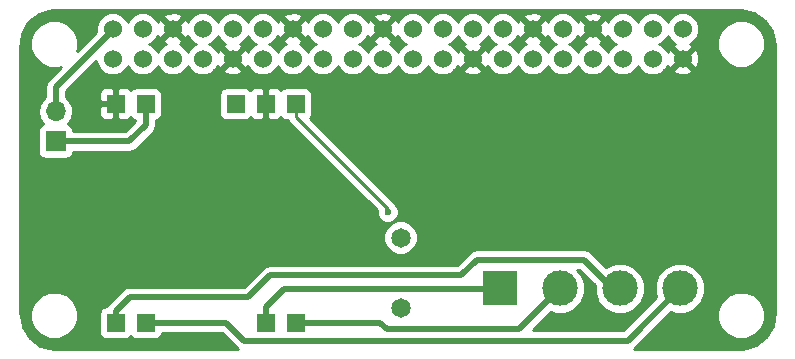
<source format=gbl>
G04 #@! TF.FileFunction,Copper,L2,Bot,Signal*
%FSLAX46Y46*%
G04 Gerber Fmt 4.6, Leading zero omitted, Abs format (unit mm)*
G04 Created by KiCad (PCBNEW 4.0.7-e2-6376~58~ubuntu16.04.1) date Sun Dec 31 15:52:29 2017*
%MOMM*%
%LPD*%
G01*
G04 APERTURE LIST*
%ADD10C,0.100000*%
%ADD11C,3.000000*%
%ADD12R,3.000000X3.000000*%
%ADD13C,1.650000*%
%ADD14C,1.524000*%
%ADD15R,1.700000X1.700000*%
%ADD16O,1.700000X1.700000*%
%ADD17R,1.524000X1.524000*%
%ADD18C,0.600000*%
%ADD19C,0.250000*%
%ADD20C,0.500000*%
%ADD21C,0.254000*%
G04 APERTURE END LIST*
D10*
D11*
X196875400Y-131191000D03*
X201955400Y-131191000D03*
D12*
X191795400Y-131191000D03*
D11*
X207035400Y-131191000D03*
D13*
X183388000Y-132890000D03*
X183388000Y-126890000D03*
D14*
X159004000Y-111760000D03*
X159004000Y-109220000D03*
X161544000Y-111760000D03*
X161544000Y-109220000D03*
X164084000Y-111760000D03*
X164084000Y-109220000D03*
X166624000Y-111760000D03*
X166624000Y-109220000D03*
X169164000Y-111760000D03*
X169164000Y-109220000D03*
X171704000Y-111760000D03*
X171704000Y-109220000D03*
X174244000Y-111760000D03*
X174244000Y-109220000D03*
X176784000Y-111760000D03*
X176784000Y-109220000D03*
X179324000Y-111760000D03*
X179324000Y-109220000D03*
X181864000Y-111760000D03*
X181864000Y-109220000D03*
X184404000Y-111760000D03*
X184404000Y-109220000D03*
X186944000Y-111760000D03*
X186944000Y-109220000D03*
X189484000Y-111760000D03*
X189484000Y-109220000D03*
X192024000Y-111760000D03*
X192024000Y-109220000D03*
X194564000Y-111760000D03*
X194564000Y-109220000D03*
X197104000Y-111760000D03*
X197104000Y-109220000D03*
X199644000Y-111760000D03*
X199644000Y-109220000D03*
X202184000Y-111760000D03*
X202184000Y-109220000D03*
X204724000Y-111760000D03*
X204724000Y-109220000D03*
X207264000Y-111760000D03*
X207264000Y-109220000D03*
D15*
X154178000Y-118745000D03*
D16*
X154178000Y-116205000D03*
D17*
X174498000Y-134112000D03*
X171958000Y-134112000D03*
X161798000Y-134112000D03*
X159258000Y-134112000D03*
X174498000Y-115570000D03*
X171958000Y-115570000D03*
X169418000Y-115570000D03*
X161798000Y-115570000D03*
X159258000Y-115570000D03*
D18*
X183515000Y-118338600D03*
X182292200Y-124737700D03*
D19*
X164105000Y-108798000D02*
X164581000Y-109274000D01*
X174742000Y-109275000D02*
X174265000Y-108798000D01*
X182292200Y-124451500D02*
X182292200Y-124737700D01*
X174498000Y-116657300D02*
X182292200Y-124451500D01*
X174498000Y-115570000D02*
X174498000Y-116657300D01*
D20*
X154178000Y-118745000D02*
X160426400Y-118745000D01*
X161798000Y-117373400D02*
X161798000Y-115570000D01*
X160426400Y-118745000D02*
X161798000Y-117373400D01*
X154178000Y-116205000D02*
X154178000Y-114147600D01*
X154178000Y-114147600D02*
X159004000Y-109321600D01*
X159004000Y-109321600D02*
X159004000Y-109220000D01*
X174498000Y-134112000D02*
X181686200Y-134112000D01*
X193395600Y-134670800D02*
X196875400Y-131191000D01*
X182245000Y-134670800D02*
X193395600Y-134670800D01*
X181686200Y-134112000D02*
X182245000Y-134670800D01*
X201955400Y-131191000D02*
X201320400Y-131191000D01*
X201320400Y-131191000D02*
X198882000Y-128752600D01*
X198882000Y-128752600D02*
X189890400Y-128752600D01*
X189890400Y-128752600D02*
X188544200Y-130098800D01*
X188544200Y-130098800D02*
X172339000Y-130098800D01*
X172339000Y-130098800D02*
X170510200Y-131927600D01*
X170510200Y-131927600D02*
X160451800Y-131927600D01*
X160451800Y-131927600D02*
X159258000Y-133121400D01*
X159258000Y-133121400D02*
X159258000Y-134112000D01*
X202311000Y-131953000D02*
X202311000Y-131292600D01*
X171958000Y-134112000D02*
X171958000Y-132791200D01*
X173532800Y-131216400D02*
X191414400Y-131216400D01*
X171958000Y-132791200D02*
X173532800Y-131216400D01*
X191414400Y-131216400D02*
X192151000Y-131953000D01*
X161798000Y-134112000D02*
X168630600Y-134112000D01*
X202615800Y-135610600D02*
X207035400Y-131191000D01*
X170129200Y-135610600D02*
X202615800Y-135610600D01*
X168630600Y-134112000D02*
X170129200Y-135610600D01*
D21*
G36*
X213338202Y-107888905D02*
X214248252Y-108515966D01*
X214849062Y-109443558D01*
X215063000Y-110605612D01*
X215063000Y-133201419D01*
X214904597Y-134393070D01*
X214349450Y-135351838D01*
X213469657Y-136025179D01*
X212352578Y-136323000D01*
X203111968Y-136323000D01*
X203241590Y-136236390D01*
X205602920Y-133875060D01*
X210206652Y-133875060D01*
X210512012Y-134614086D01*
X211076940Y-135180001D01*
X211815432Y-135486650D01*
X212615060Y-135487348D01*
X213354086Y-135181988D01*
X213920001Y-134617060D01*
X214226650Y-133878568D01*
X214227348Y-133078940D01*
X213921988Y-132339914D01*
X213357060Y-131773999D01*
X212618568Y-131467350D01*
X211818940Y-131466652D01*
X211079914Y-131772012D01*
X210513999Y-132336940D01*
X210207350Y-133075432D01*
X210206652Y-133875060D01*
X205602920Y-133875060D01*
X206286293Y-133191687D01*
X206608859Y-133325628D01*
X207458215Y-133326370D01*
X208243200Y-133002020D01*
X208844309Y-132401959D01*
X209170028Y-131617541D01*
X209170770Y-130768185D01*
X208846420Y-129983200D01*
X208246359Y-129382091D01*
X207461941Y-129056372D01*
X206612585Y-129055630D01*
X205827600Y-129379980D01*
X205226491Y-129980041D01*
X204900772Y-130764459D01*
X204900030Y-131613815D01*
X205034811Y-131940010D01*
X202249220Y-134725600D01*
X194592380Y-134725600D01*
X196126293Y-133191687D01*
X196448859Y-133325628D01*
X197298215Y-133326370D01*
X198083200Y-133002020D01*
X198684309Y-132401959D01*
X199010028Y-131617541D01*
X199010770Y-130768185D01*
X198686420Y-129983200D01*
X198341423Y-129637600D01*
X198515420Y-129637600D01*
X199820616Y-130942796D01*
X199820030Y-131613815D01*
X200144380Y-132398800D01*
X200744441Y-132999909D01*
X201528859Y-133325628D01*
X202378215Y-133326370D01*
X203163200Y-133002020D01*
X203764309Y-132401959D01*
X204090028Y-131617541D01*
X204090770Y-130768185D01*
X203766420Y-129983200D01*
X203166359Y-129382091D01*
X202381941Y-129056372D01*
X201532585Y-129055630D01*
X200757053Y-129376074D01*
X199507790Y-128126810D01*
X199220675Y-127934967D01*
X199164484Y-127923790D01*
X198882000Y-127867599D01*
X198881995Y-127867600D01*
X189890400Y-127867600D01*
X189551725Y-127934967D01*
X189264610Y-128126810D01*
X189264608Y-128126813D01*
X188177620Y-129213800D01*
X172339005Y-129213800D01*
X172339000Y-129213799D01*
X172056516Y-129269990D01*
X172000325Y-129281167D01*
X171713210Y-129473010D01*
X171713208Y-129473013D01*
X170143620Y-131042600D01*
X160451805Y-131042600D01*
X160451800Y-131042599D01*
X160113125Y-131109967D01*
X159826010Y-131301810D01*
X159826008Y-131301813D01*
X158632210Y-132495610D01*
X158493634Y-132703005D01*
X158260683Y-132746838D01*
X158044559Y-132885910D01*
X157899569Y-133098110D01*
X157848560Y-133350000D01*
X157848560Y-134874000D01*
X157892838Y-135109317D01*
X158031910Y-135325441D01*
X158244110Y-135470431D01*
X158496000Y-135521440D01*
X160020000Y-135521440D01*
X160255317Y-135477162D01*
X160471441Y-135338090D01*
X160527374Y-135256230D01*
X160571910Y-135325441D01*
X160784110Y-135470431D01*
X161036000Y-135521440D01*
X162560000Y-135521440D01*
X162795317Y-135477162D01*
X163011441Y-135338090D01*
X163156431Y-135125890D01*
X163182532Y-134997000D01*
X168264020Y-134997000D01*
X169503408Y-136236387D01*
X169503410Y-136236390D01*
X169633032Y-136323000D01*
X154006749Y-136323000D01*
X152873567Y-136055223D01*
X151976552Y-135408385D01*
X151395351Y-134467510D01*
X151299347Y-133875060D01*
X152040652Y-133875060D01*
X152346012Y-134614086D01*
X152910940Y-135180001D01*
X153649432Y-135486650D01*
X154449060Y-135487348D01*
X155188086Y-135181988D01*
X155754001Y-134617060D01*
X156060650Y-133878568D01*
X156061348Y-133078940D01*
X155755988Y-132339914D01*
X155191060Y-131773999D01*
X154452568Y-131467350D01*
X153652940Y-131466652D01*
X152913914Y-131772012D01*
X152347999Y-132336940D01*
X152041350Y-133075432D01*
X152040652Y-133875060D01*
X151299347Y-133875060D01*
X151205000Y-133292844D01*
X151205000Y-127179138D01*
X181927747Y-127179138D01*
X182149551Y-127715943D01*
X182559897Y-128127006D01*
X183096314Y-128349746D01*
X183677138Y-128350253D01*
X184213943Y-128128449D01*
X184625006Y-127718103D01*
X184847746Y-127181686D01*
X184848253Y-126600862D01*
X184626449Y-126064057D01*
X184216103Y-125652994D01*
X183679686Y-125430254D01*
X183098862Y-125429747D01*
X182562057Y-125651551D01*
X182150994Y-126061897D01*
X181928254Y-126598314D01*
X181927747Y-127179138D01*
X151205000Y-127179138D01*
X151205000Y-110888060D01*
X152040652Y-110888060D01*
X152346012Y-111627086D01*
X152910940Y-112193001D01*
X153649432Y-112499650D01*
X154449060Y-112500348D01*
X154661416Y-112412604D01*
X153552210Y-113521810D01*
X153360367Y-113808925D01*
X153360367Y-113808926D01*
X153292999Y-114147600D01*
X153293000Y-114147605D01*
X153293000Y-115025221D01*
X153098853Y-115154946D01*
X152776946Y-115636715D01*
X152663907Y-116205000D01*
X152776946Y-116773285D01*
X153098853Y-117255054D01*
X153140452Y-117282850D01*
X153092683Y-117291838D01*
X152876559Y-117430910D01*
X152731569Y-117643110D01*
X152680560Y-117895000D01*
X152680560Y-119595000D01*
X152724838Y-119830317D01*
X152863910Y-120046441D01*
X153076110Y-120191431D01*
X153328000Y-120242440D01*
X155028000Y-120242440D01*
X155263317Y-120198162D01*
X155479441Y-120059090D01*
X155624431Y-119846890D01*
X155668352Y-119630000D01*
X160426395Y-119630000D01*
X160426400Y-119630001D01*
X160708884Y-119573810D01*
X160765075Y-119562633D01*
X161052190Y-119370790D01*
X162423787Y-117999192D01*
X162423790Y-117999190D01*
X162615633Y-117712075D01*
X162683000Y-117373400D01*
X162683000Y-116956296D01*
X162795317Y-116935162D01*
X163011441Y-116796090D01*
X163156431Y-116583890D01*
X163207440Y-116332000D01*
X163207440Y-114808000D01*
X168008560Y-114808000D01*
X168008560Y-116332000D01*
X168052838Y-116567317D01*
X168191910Y-116783441D01*
X168404110Y-116928431D01*
X168656000Y-116979440D01*
X170180000Y-116979440D01*
X170415317Y-116935162D01*
X170631441Y-116796090D01*
X170684463Y-116718489D01*
X170836302Y-116870327D01*
X171069691Y-116967000D01*
X171672250Y-116967000D01*
X171831000Y-116808250D01*
X171831000Y-115697000D01*
X171811000Y-115697000D01*
X171811000Y-115443000D01*
X171831000Y-115443000D01*
X171831000Y-114331750D01*
X172085000Y-114331750D01*
X172085000Y-115443000D01*
X172105000Y-115443000D01*
X172105000Y-115697000D01*
X172085000Y-115697000D01*
X172085000Y-116808250D01*
X172243750Y-116967000D01*
X172846309Y-116967000D01*
X173079698Y-116870327D01*
X173230671Y-116719354D01*
X173271910Y-116783441D01*
X173484110Y-116928431D01*
X173736000Y-116979440D01*
X173816767Y-116979440D01*
X173960599Y-117194701D01*
X181357327Y-124591429D01*
X181357038Y-124922867D01*
X181499083Y-125266643D01*
X181761873Y-125529892D01*
X182105401Y-125672538D01*
X182477367Y-125672862D01*
X182821143Y-125530817D01*
X183084392Y-125268027D01*
X183227038Y-124924499D01*
X183227362Y-124552533D01*
X183085317Y-124208757D01*
X182907392Y-124030521D01*
X182829601Y-123914099D01*
X175711502Y-116796000D01*
X175856431Y-116583890D01*
X175907440Y-116332000D01*
X175907440Y-114808000D01*
X175863162Y-114572683D01*
X175724090Y-114356559D01*
X175511890Y-114211569D01*
X175260000Y-114160560D01*
X173736000Y-114160560D01*
X173500683Y-114204838D01*
X173284559Y-114343910D01*
X173231537Y-114421511D01*
X173079698Y-114269673D01*
X172846309Y-114173000D01*
X172243750Y-114173000D01*
X172085000Y-114331750D01*
X171831000Y-114331750D01*
X171672250Y-114173000D01*
X171069691Y-114173000D01*
X170836302Y-114269673D01*
X170685329Y-114420646D01*
X170644090Y-114356559D01*
X170431890Y-114211569D01*
X170180000Y-114160560D01*
X168656000Y-114160560D01*
X168420683Y-114204838D01*
X168204559Y-114343910D01*
X168059569Y-114556110D01*
X168008560Y-114808000D01*
X163207440Y-114808000D01*
X163163162Y-114572683D01*
X163024090Y-114356559D01*
X162811890Y-114211569D01*
X162560000Y-114160560D01*
X161036000Y-114160560D01*
X160800683Y-114204838D01*
X160584559Y-114343910D01*
X160531537Y-114421511D01*
X160379698Y-114269673D01*
X160146309Y-114173000D01*
X159543750Y-114173000D01*
X159385000Y-114331750D01*
X159385000Y-115443000D01*
X159405000Y-115443000D01*
X159405000Y-115697000D01*
X159385000Y-115697000D01*
X159385000Y-116808250D01*
X159543750Y-116967000D01*
X160146309Y-116967000D01*
X160379698Y-116870327D01*
X160530671Y-116719354D01*
X160571910Y-116783441D01*
X160784110Y-116928431D01*
X160913000Y-116954532D01*
X160913000Y-117006821D01*
X160059820Y-117860000D01*
X155668854Y-117860000D01*
X155631162Y-117659683D01*
X155492090Y-117443559D01*
X155279890Y-117298569D01*
X155212459Y-117284914D01*
X155257147Y-117255054D01*
X155579054Y-116773285D01*
X155692093Y-116205000D01*
X155622623Y-115855750D01*
X157861000Y-115855750D01*
X157861000Y-116458310D01*
X157957673Y-116691699D01*
X158136302Y-116870327D01*
X158369691Y-116967000D01*
X158972250Y-116967000D01*
X159131000Y-116808250D01*
X159131000Y-115697000D01*
X158019750Y-115697000D01*
X157861000Y-115855750D01*
X155622623Y-115855750D01*
X155579054Y-115636715D01*
X155257147Y-115154946D01*
X155063000Y-115025221D01*
X155063000Y-114681690D01*
X157861000Y-114681690D01*
X157861000Y-115284250D01*
X158019750Y-115443000D01*
X159131000Y-115443000D01*
X159131000Y-114331750D01*
X158972250Y-114173000D01*
X158369691Y-114173000D01*
X158136302Y-114269673D01*
X157957673Y-114448301D01*
X157861000Y-114681690D01*
X155063000Y-114681690D01*
X155063000Y-114514180D01*
X157606816Y-111970364D01*
X157606758Y-112036661D01*
X157818990Y-112550303D01*
X158211630Y-112943629D01*
X158724900Y-113156757D01*
X159280661Y-113157242D01*
X159794303Y-112945010D01*
X160187629Y-112552370D01*
X160273949Y-112344488D01*
X160358990Y-112550303D01*
X160751630Y-112943629D01*
X161264900Y-113156757D01*
X161820661Y-113157242D01*
X162334303Y-112945010D01*
X162727629Y-112552370D01*
X162813949Y-112344488D01*
X162898990Y-112550303D01*
X163291630Y-112943629D01*
X163804900Y-113156757D01*
X164360661Y-113157242D01*
X164874303Y-112945010D01*
X165267629Y-112552370D01*
X165353949Y-112344488D01*
X165438990Y-112550303D01*
X165831630Y-112943629D01*
X166344900Y-113156757D01*
X166900661Y-113157242D01*
X167414303Y-112945010D01*
X167619457Y-112740213D01*
X168363392Y-112740213D01*
X168432857Y-112982397D01*
X168956302Y-113169144D01*
X169511368Y-113141362D01*
X169895143Y-112982397D01*
X169964608Y-112740213D01*
X169164000Y-111939605D01*
X168363392Y-112740213D01*
X167619457Y-112740213D01*
X167807629Y-112552370D01*
X167887395Y-112360273D01*
X167941603Y-112491143D01*
X168183787Y-112560608D01*
X168984395Y-111760000D01*
X168183787Y-110959392D01*
X167941603Y-111028857D01*
X167891491Y-111169318D01*
X167809010Y-110969697D01*
X167416370Y-110576371D01*
X167208488Y-110490051D01*
X167414303Y-110405010D01*
X167807629Y-110012370D01*
X167893949Y-109804488D01*
X167978990Y-110010303D01*
X168371630Y-110403629D01*
X168563727Y-110483395D01*
X168432857Y-110537603D01*
X168363392Y-110779787D01*
X169164000Y-111580395D01*
X169964608Y-110779787D01*
X169895143Y-110537603D01*
X169754682Y-110487491D01*
X169954303Y-110405010D01*
X170347629Y-110012370D01*
X170433949Y-109804488D01*
X170518990Y-110010303D01*
X170911630Y-110403629D01*
X171119512Y-110489949D01*
X170913697Y-110574990D01*
X170520371Y-110967630D01*
X170440605Y-111159727D01*
X170386397Y-111028857D01*
X170144213Y-110959392D01*
X169343605Y-111760000D01*
X170144213Y-112560608D01*
X170386397Y-112491143D01*
X170436509Y-112350682D01*
X170518990Y-112550303D01*
X170911630Y-112943629D01*
X171424900Y-113156757D01*
X171980661Y-113157242D01*
X172494303Y-112945010D01*
X172887629Y-112552370D01*
X172973949Y-112344488D01*
X173058990Y-112550303D01*
X173451630Y-112943629D01*
X173964900Y-113156757D01*
X174520661Y-113157242D01*
X175034303Y-112945010D01*
X175427629Y-112552370D01*
X175513949Y-112344488D01*
X175598990Y-112550303D01*
X175991630Y-112943629D01*
X176504900Y-113156757D01*
X177060661Y-113157242D01*
X177574303Y-112945010D01*
X177967629Y-112552370D01*
X178053949Y-112344488D01*
X178138990Y-112550303D01*
X178531630Y-112943629D01*
X179044900Y-113156757D01*
X179600661Y-113157242D01*
X180114303Y-112945010D01*
X180507629Y-112552370D01*
X180593949Y-112344488D01*
X180678990Y-112550303D01*
X181071630Y-112943629D01*
X181584900Y-113156757D01*
X182140661Y-113157242D01*
X182654303Y-112945010D01*
X183047629Y-112552370D01*
X183133949Y-112344488D01*
X183218990Y-112550303D01*
X183611630Y-112943629D01*
X184124900Y-113156757D01*
X184680661Y-113157242D01*
X185194303Y-112945010D01*
X185587629Y-112552370D01*
X185673949Y-112344488D01*
X185758990Y-112550303D01*
X186151630Y-112943629D01*
X186664900Y-113156757D01*
X187220661Y-113157242D01*
X187734303Y-112945010D01*
X187939457Y-112740213D01*
X188683392Y-112740213D01*
X188752857Y-112982397D01*
X189276302Y-113169144D01*
X189831368Y-113141362D01*
X190215143Y-112982397D01*
X190284608Y-112740213D01*
X189484000Y-111939605D01*
X188683392Y-112740213D01*
X187939457Y-112740213D01*
X188127629Y-112552370D01*
X188207395Y-112360273D01*
X188261603Y-112491143D01*
X188503787Y-112560608D01*
X189304395Y-111760000D01*
X188503787Y-110959392D01*
X188261603Y-111028857D01*
X188211491Y-111169318D01*
X188129010Y-110969697D01*
X187736370Y-110576371D01*
X187528488Y-110490051D01*
X187734303Y-110405010D01*
X188127629Y-110012370D01*
X188213949Y-109804488D01*
X188298990Y-110010303D01*
X188691630Y-110403629D01*
X188883727Y-110483395D01*
X188752857Y-110537603D01*
X188683392Y-110779787D01*
X189484000Y-111580395D01*
X190284608Y-110779787D01*
X190215143Y-110537603D01*
X190074682Y-110487491D01*
X190274303Y-110405010D01*
X190667629Y-110012370D01*
X190753949Y-109804488D01*
X190838990Y-110010303D01*
X191231630Y-110403629D01*
X191439512Y-110489949D01*
X191233697Y-110574990D01*
X190840371Y-110967630D01*
X190760605Y-111159727D01*
X190706397Y-111028857D01*
X190464213Y-110959392D01*
X189663605Y-111760000D01*
X190464213Y-112560608D01*
X190706397Y-112491143D01*
X190756509Y-112350682D01*
X190838990Y-112550303D01*
X191231630Y-112943629D01*
X191744900Y-113156757D01*
X192300661Y-113157242D01*
X192814303Y-112945010D01*
X193207629Y-112552370D01*
X193293949Y-112344488D01*
X193378990Y-112550303D01*
X193771630Y-112943629D01*
X194284900Y-113156757D01*
X194840661Y-113157242D01*
X195354303Y-112945010D01*
X195747629Y-112552370D01*
X195833949Y-112344488D01*
X195918990Y-112550303D01*
X196311630Y-112943629D01*
X196824900Y-113156757D01*
X197380661Y-113157242D01*
X197894303Y-112945010D01*
X198287629Y-112552370D01*
X198373949Y-112344488D01*
X198458990Y-112550303D01*
X198851630Y-112943629D01*
X199364900Y-113156757D01*
X199920661Y-113157242D01*
X200434303Y-112945010D01*
X200827629Y-112552370D01*
X200913949Y-112344488D01*
X200998990Y-112550303D01*
X201391630Y-112943629D01*
X201904900Y-113156757D01*
X202460661Y-113157242D01*
X202974303Y-112945010D01*
X203367629Y-112552370D01*
X203453949Y-112344488D01*
X203538990Y-112550303D01*
X203931630Y-112943629D01*
X204444900Y-113156757D01*
X205000661Y-113157242D01*
X205514303Y-112945010D01*
X205719457Y-112740213D01*
X206463392Y-112740213D01*
X206532857Y-112982397D01*
X207056302Y-113169144D01*
X207611368Y-113141362D01*
X207995143Y-112982397D01*
X208064608Y-112740213D01*
X207264000Y-111939605D01*
X206463392Y-112740213D01*
X205719457Y-112740213D01*
X205907629Y-112552370D01*
X205987395Y-112360273D01*
X206041603Y-112491143D01*
X206283787Y-112560608D01*
X207084395Y-111760000D01*
X207443605Y-111760000D01*
X208244213Y-112560608D01*
X208486397Y-112491143D01*
X208673144Y-111967698D01*
X208645362Y-111412632D01*
X208486397Y-111028857D01*
X208244213Y-110959392D01*
X207443605Y-111760000D01*
X207084395Y-111760000D01*
X206283787Y-110959392D01*
X206041603Y-111028857D01*
X205991491Y-111169318D01*
X205909010Y-110969697D01*
X205516370Y-110576371D01*
X205308488Y-110490051D01*
X205514303Y-110405010D01*
X205907629Y-110012370D01*
X205993949Y-109804488D01*
X206078990Y-110010303D01*
X206471630Y-110403629D01*
X206663727Y-110483395D01*
X206532857Y-110537603D01*
X206463392Y-110779787D01*
X207264000Y-111580395D01*
X207956335Y-110888060D01*
X210206652Y-110888060D01*
X210512012Y-111627086D01*
X211076940Y-112193001D01*
X211815432Y-112499650D01*
X212615060Y-112500348D01*
X213354086Y-112194988D01*
X213920001Y-111630060D01*
X214226650Y-110891568D01*
X214227348Y-110091940D01*
X213921988Y-109352914D01*
X213357060Y-108786999D01*
X212618568Y-108480350D01*
X211818940Y-108479652D01*
X211079914Y-108785012D01*
X210513999Y-109349940D01*
X210207350Y-110088432D01*
X210206652Y-110888060D01*
X207956335Y-110888060D01*
X208064608Y-110779787D01*
X207995143Y-110537603D01*
X207854682Y-110487491D01*
X208054303Y-110405010D01*
X208447629Y-110012370D01*
X208660757Y-109499100D01*
X208661242Y-108943339D01*
X208449010Y-108429697D01*
X208056370Y-108036371D01*
X207543100Y-107823243D01*
X206987339Y-107822758D01*
X206473697Y-108034990D01*
X206080371Y-108427630D01*
X205994051Y-108635512D01*
X205909010Y-108429697D01*
X205516370Y-108036371D01*
X205003100Y-107823243D01*
X204447339Y-107822758D01*
X203933697Y-108034990D01*
X203540371Y-108427630D01*
X203454051Y-108635512D01*
X203369010Y-108429697D01*
X202976370Y-108036371D01*
X202463100Y-107823243D01*
X201907339Y-107822758D01*
X201393697Y-108034990D01*
X201000371Y-108427630D01*
X200920605Y-108619727D01*
X200866397Y-108488857D01*
X200624213Y-108419392D01*
X199823605Y-109220000D01*
X200624213Y-110020608D01*
X200866397Y-109951143D01*
X200916509Y-109810682D01*
X200998990Y-110010303D01*
X201391630Y-110403629D01*
X201599512Y-110489949D01*
X201393697Y-110574990D01*
X201000371Y-110967630D01*
X200914051Y-111175512D01*
X200829010Y-110969697D01*
X200436370Y-110576371D01*
X200244273Y-110496605D01*
X200375143Y-110442397D01*
X200444608Y-110200213D01*
X199644000Y-109399605D01*
X198843392Y-110200213D01*
X198912857Y-110442397D01*
X199053318Y-110492509D01*
X198853697Y-110574990D01*
X198460371Y-110967630D01*
X198374051Y-111175512D01*
X198289010Y-110969697D01*
X197896370Y-110576371D01*
X197688488Y-110490051D01*
X197894303Y-110405010D01*
X198287629Y-110012370D01*
X198367395Y-109820273D01*
X198421603Y-109951143D01*
X198663787Y-110020608D01*
X199464395Y-109220000D01*
X198663787Y-108419392D01*
X198421603Y-108488857D01*
X198371491Y-108629318D01*
X198289010Y-108429697D01*
X198099432Y-108239787D01*
X198843392Y-108239787D01*
X199644000Y-109040395D01*
X200444608Y-108239787D01*
X200375143Y-107997603D01*
X199851698Y-107810856D01*
X199296632Y-107838638D01*
X198912857Y-107997603D01*
X198843392Y-108239787D01*
X198099432Y-108239787D01*
X197896370Y-108036371D01*
X197383100Y-107823243D01*
X196827339Y-107822758D01*
X196313697Y-108034990D01*
X195920371Y-108427630D01*
X195840605Y-108619727D01*
X195786397Y-108488857D01*
X195544213Y-108419392D01*
X194743605Y-109220000D01*
X195544213Y-110020608D01*
X195786397Y-109951143D01*
X195836509Y-109810682D01*
X195918990Y-110010303D01*
X196311630Y-110403629D01*
X196519512Y-110489949D01*
X196313697Y-110574990D01*
X195920371Y-110967630D01*
X195834051Y-111175512D01*
X195749010Y-110969697D01*
X195356370Y-110576371D01*
X195164273Y-110496605D01*
X195295143Y-110442397D01*
X195364608Y-110200213D01*
X194564000Y-109399605D01*
X193763392Y-110200213D01*
X193832857Y-110442397D01*
X193973318Y-110492509D01*
X193773697Y-110574990D01*
X193380371Y-110967630D01*
X193294051Y-111175512D01*
X193209010Y-110969697D01*
X192816370Y-110576371D01*
X192608488Y-110490051D01*
X192814303Y-110405010D01*
X193207629Y-110012370D01*
X193287395Y-109820273D01*
X193341603Y-109951143D01*
X193583787Y-110020608D01*
X194384395Y-109220000D01*
X193583787Y-108419392D01*
X193341603Y-108488857D01*
X193291491Y-108629318D01*
X193209010Y-108429697D01*
X193019432Y-108239787D01*
X193763392Y-108239787D01*
X194564000Y-109040395D01*
X195364608Y-108239787D01*
X195295143Y-107997603D01*
X194771698Y-107810856D01*
X194216632Y-107838638D01*
X193832857Y-107997603D01*
X193763392Y-108239787D01*
X193019432Y-108239787D01*
X192816370Y-108036371D01*
X192303100Y-107823243D01*
X191747339Y-107822758D01*
X191233697Y-108034990D01*
X190840371Y-108427630D01*
X190754051Y-108635512D01*
X190669010Y-108429697D01*
X190276370Y-108036371D01*
X189763100Y-107823243D01*
X189207339Y-107822758D01*
X188693697Y-108034990D01*
X188300371Y-108427630D01*
X188214051Y-108635512D01*
X188129010Y-108429697D01*
X187736370Y-108036371D01*
X187223100Y-107823243D01*
X186667339Y-107822758D01*
X186153697Y-108034990D01*
X185760371Y-108427630D01*
X185674051Y-108635512D01*
X185589010Y-108429697D01*
X185196370Y-108036371D01*
X184683100Y-107823243D01*
X184127339Y-107822758D01*
X183613697Y-108034990D01*
X183220371Y-108427630D01*
X183140605Y-108619727D01*
X183086397Y-108488857D01*
X182844213Y-108419392D01*
X182043605Y-109220000D01*
X182844213Y-110020608D01*
X183086397Y-109951143D01*
X183136509Y-109810682D01*
X183218990Y-110010303D01*
X183611630Y-110403629D01*
X183819512Y-110489949D01*
X183613697Y-110574990D01*
X183220371Y-110967630D01*
X183134051Y-111175512D01*
X183049010Y-110969697D01*
X182656370Y-110576371D01*
X182464273Y-110496605D01*
X182595143Y-110442397D01*
X182664608Y-110200213D01*
X181864000Y-109399605D01*
X181063392Y-110200213D01*
X181132857Y-110442397D01*
X181273318Y-110492509D01*
X181073697Y-110574990D01*
X180680371Y-110967630D01*
X180594051Y-111175512D01*
X180509010Y-110969697D01*
X180116370Y-110576371D01*
X179908488Y-110490051D01*
X180114303Y-110405010D01*
X180507629Y-110012370D01*
X180587395Y-109820273D01*
X180641603Y-109951143D01*
X180883787Y-110020608D01*
X181684395Y-109220000D01*
X180883787Y-108419392D01*
X180641603Y-108488857D01*
X180591491Y-108629318D01*
X180509010Y-108429697D01*
X180319432Y-108239787D01*
X181063392Y-108239787D01*
X181864000Y-109040395D01*
X182664608Y-108239787D01*
X182595143Y-107997603D01*
X182071698Y-107810856D01*
X181516632Y-107838638D01*
X181132857Y-107997603D01*
X181063392Y-108239787D01*
X180319432Y-108239787D01*
X180116370Y-108036371D01*
X179603100Y-107823243D01*
X179047339Y-107822758D01*
X178533697Y-108034990D01*
X178140371Y-108427630D01*
X178054051Y-108635512D01*
X177969010Y-108429697D01*
X177576370Y-108036371D01*
X177063100Y-107823243D01*
X176507339Y-107822758D01*
X175993697Y-108034990D01*
X175600371Y-108427630D01*
X175520605Y-108619727D01*
X175466397Y-108488857D01*
X175224213Y-108419392D01*
X174423605Y-109220000D01*
X175224213Y-110020608D01*
X175466397Y-109951143D01*
X175516509Y-109810682D01*
X175598990Y-110010303D01*
X175991630Y-110403629D01*
X176199512Y-110489949D01*
X175993697Y-110574990D01*
X175600371Y-110967630D01*
X175514051Y-111175512D01*
X175429010Y-110969697D01*
X175036370Y-110576371D01*
X174844273Y-110496605D01*
X174975143Y-110442397D01*
X175044608Y-110200213D01*
X174244000Y-109399605D01*
X173443392Y-110200213D01*
X173512857Y-110442397D01*
X173653318Y-110492509D01*
X173453697Y-110574990D01*
X173060371Y-110967630D01*
X172974051Y-111175512D01*
X172889010Y-110969697D01*
X172496370Y-110576371D01*
X172288488Y-110490051D01*
X172494303Y-110405010D01*
X172887629Y-110012370D01*
X172967395Y-109820273D01*
X173021603Y-109951143D01*
X173263787Y-110020608D01*
X174064395Y-109220000D01*
X173263787Y-108419392D01*
X173021603Y-108488857D01*
X172971491Y-108629318D01*
X172889010Y-108429697D01*
X172699432Y-108239787D01*
X173443392Y-108239787D01*
X174244000Y-109040395D01*
X175044608Y-108239787D01*
X174975143Y-107997603D01*
X174451698Y-107810856D01*
X173896632Y-107838638D01*
X173512857Y-107997603D01*
X173443392Y-108239787D01*
X172699432Y-108239787D01*
X172496370Y-108036371D01*
X171983100Y-107823243D01*
X171427339Y-107822758D01*
X170913697Y-108034990D01*
X170520371Y-108427630D01*
X170434051Y-108635512D01*
X170349010Y-108429697D01*
X169956370Y-108036371D01*
X169443100Y-107823243D01*
X168887339Y-107822758D01*
X168373697Y-108034990D01*
X167980371Y-108427630D01*
X167894051Y-108635512D01*
X167809010Y-108429697D01*
X167416370Y-108036371D01*
X166903100Y-107823243D01*
X166347339Y-107822758D01*
X165833697Y-108034990D01*
X165440371Y-108427630D01*
X165360605Y-108619727D01*
X165306397Y-108488857D01*
X165064213Y-108419392D01*
X164263605Y-109220000D01*
X165064213Y-110020608D01*
X165306397Y-109951143D01*
X165356509Y-109810682D01*
X165438990Y-110010303D01*
X165831630Y-110403629D01*
X166039512Y-110489949D01*
X165833697Y-110574990D01*
X165440371Y-110967630D01*
X165354051Y-111175512D01*
X165269010Y-110969697D01*
X164876370Y-110576371D01*
X164684273Y-110496605D01*
X164815143Y-110442397D01*
X164884608Y-110200213D01*
X164084000Y-109399605D01*
X163283392Y-110200213D01*
X163352857Y-110442397D01*
X163493318Y-110492509D01*
X163293697Y-110574990D01*
X162900371Y-110967630D01*
X162814051Y-111175512D01*
X162729010Y-110969697D01*
X162336370Y-110576371D01*
X162128488Y-110490051D01*
X162334303Y-110405010D01*
X162727629Y-110012370D01*
X162807395Y-109820273D01*
X162861603Y-109951143D01*
X163103787Y-110020608D01*
X163904395Y-109220000D01*
X163103787Y-108419392D01*
X162861603Y-108488857D01*
X162811491Y-108629318D01*
X162729010Y-108429697D01*
X162539432Y-108239787D01*
X163283392Y-108239787D01*
X164084000Y-109040395D01*
X164884608Y-108239787D01*
X164815143Y-107997603D01*
X164291698Y-107810856D01*
X163736632Y-107838638D01*
X163352857Y-107997603D01*
X163283392Y-108239787D01*
X162539432Y-108239787D01*
X162336370Y-108036371D01*
X161823100Y-107823243D01*
X161267339Y-107822758D01*
X160753697Y-108034990D01*
X160360371Y-108427630D01*
X160274051Y-108635512D01*
X160189010Y-108429697D01*
X159796370Y-108036371D01*
X159283100Y-107823243D01*
X158727339Y-107822758D01*
X158213697Y-108034990D01*
X157820371Y-108427630D01*
X157607243Y-108940900D01*
X157606784Y-109467237D01*
X155974159Y-111099862D01*
X156060650Y-110891568D01*
X156061348Y-110091940D01*
X155755988Y-109352914D01*
X155191060Y-108786999D01*
X154452568Y-108480350D01*
X153652940Y-108479652D01*
X152913914Y-108785012D01*
X152347999Y-109349940D01*
X152041350Y-110088432D01*
X152040652Y-110888060D01*
X151205000Y-110888060D01*
X151205000Y-110834192D01*
X151339063Y-109629676D01*
X151874728Y-108657351D01*
X152741713Y-107964029D01*
X153846925Y-107644000D01*
X212192747Y-107644000D01*
X213338202Y-107888905D01*
X213338202Y-107888905D01*
G37*
X213338202Y-107888905D02*
X214248252Y-108515966D01*
X214849062Y-109443558D01*
X215063000Y-110605612D01*
X215063000Y-133201419D01*
X214904597Y-134393070D01*
X214349450Y-135351838D01*
X213469657Y-136025179D01*
X212352578Y-136323000D01*
X203111968Y-136323000D01*
X203241590Y-136236390D01*
X205602920Y-133875060D01*
X210206652Y-133875060D01*
X210512012Y-134614086D01*
X211076940Y-135180001D01*
X211815432Y-135486650D01*
X212615060Y-135487348D01*
X213354086Y-135181988D01*
X213920001Y-134617060D01*
X214226650Y-133878568D01*
X214227348Y-133078940D01*
X213921988Y-132339914D01*
X213357060Y-131773999D01*
X212618568Y-131467350D01*
X211818940Y-131466652D01*
X211079914Y-131772012D01*
X210513999Y-132336940D01*
X210207350Y-133075432D01*
X210206652Y-133875060D01*
X205602920Y-133875060D01*
X206286293Y-133191687D01*
X206608859Y-133325628D01*
X207458215Y-133326370D01*
X208243200Y-133002020D01*
X208844309Y-132401959D01*
X209170028Y-131617541D01*
X209170770Y-130768185D01*
X208846420Y-129983200D01*
X208246359Y-129382091D01*
X207461941Y-129056372D01*
X206612585Y-129055630D01*
X205827600Y-129379980D01*
X205226491Y-129980041D01*
X204900772Y-130764459D01*
X204900030Y-131613815D01*
X205034811Y-131940010D01*
X202249220Y-134725600D01*
X194592380Y-134725600D01*
X196126293Y-133191687D01*
X196448859Y-133325628D01*
X197298215Y-133326370D01*
X198083200Y-133002020D01*
X198684309Y-132401959D01*
X199010028Y-131617541D01*
X199010770Y-130768185D01*
X198686420Y-129983200D01*
X198341423Y-129637600D01*
X198515420Y-129637600D01*
X199820616Y-130942796D01*
X199820030Y-131613815D01*
X200144380Y-132398800D01*
X200744441Y-132999909D01*
X201528859Y-133325628D01*
X202378215Y-133326370D01*
X203163200Y-133002020D01*
X203764309Y-132401959D01*
X204090028Y-131617541D01*
X204090770Y-130768185D01*
X203766420Y-129983200D01*
X203166359Y-129382091D01*
X202381941Y-129056372D01*
X201532585Y-129055630D01*
X200757053Y-129376074D01*
X199507790Y-128126810D01*
X199220675Y-127934967D01*
X199164484Y-127923790D01*
X198882000Y-127867599D01*
X198881995Y-127867600D01*
X189890400Y-127867600D01*
X189551725Y-127934967D01*
X189264610Y-128126810D01*
X189264608Y-128126813D01*
X188177620Y-129213800D01*
X172339005Y-129213800D01*
X172339000Y-129213799D01*
X172056516Y-129269990D01*
X172000325Y-129281167D01*
X171713210Y-129473010D01*
X171713208Y-129473013D01*
X170143620Y-131042600D01*
X160451805Y-131042600D01*
X160451800Y-131042599D01*
X160113125Y-131109967D01*
X159826010Y-131301810D01*
X159826008Y-131301813D01*
X158632210Y-132495610D01*
X158493634Y-132703005D01*
X158260683Y-132746838D01*
X158044559Y-132885910D01*
X157899569Y-133098110D01*
X157848560Y-133350000D01*
X157848560Y-134874000D01*
X157892838Y-135109317D01*
X158031910Y-135325441D01*
X158244110Y-135470431D01*
X158496000Y-135521440D01*
X160020000Y-135521440D01*
X160255317Y-135477162D01*
X160471441Y-135338090D01*
X160527374Y-135256230D01*
X160571910Y-135325441D01*
X160784110Y-135470431D01*
X161036000Y-135521440D01*
X162560000Y-135521440D01*
X162795317Y-135477162D01*
X163011441Y-135338090D01*
X163156431Y-135125890D01*
X163182532Y-134997000D01*
X168264020Y-134997000D01*
X169503408Y-136236387D01*
X169503410Y-136236390D01*
X169633032Y-136323000D01*
X154006749Y-136323000D01*
X152873567Y-136055223D01*
X151976552Y-135408385D01*
X151395351Y-134467510D01*
X151299347Y-133875060D01*
X152040652Y-133875060D01*
X152346012Y-134614086D01*
X152910940Y-135180001D01*
X153649432Y-135486650D01*
X154449060Y-135487348D01*
X155188086Y-135181988D01*
X155754001Y-134617060D01*
X156060650Y-133878568D01*
X156061348Y-133078940D01*
X155755988Y-132339914D01*
X155191060Y-131773999D01*
X154452568Y-131467350D01*
X153652940Y-131466652D01*
X152913914Y-131772012D01*
X152347999Y-132336940D01*
X152041350Y-133075432D01*
X152040652Y-133875060D01*
X151299347Y-133875060D01*
X151205000Y-133292844D01*
X151205000Y-127179138D01*
X181927747Y-127179138D01*
X182149551Y-127715943D01*
X182559897Y-128127006D01*
X183096314Y-128349746D01*
X183677138Y-128350253D01*
X184213943Y-128128449D01*
X184625006Y-127718103D01*
X184847746Y-127181686D01*
X184848253Y-126600862D01*
X184626449Y-126064057D01*
X184216103Y-125652994D01*
X183679686Y-125430254D01*
X183098862Y-125429747D01*
X182562057Y-125651551D01*
X182150994Y-126061897D01*
X181928254Y-126598314D01*
X181927747Y-127179138D01*
X151205000Y-127179138D01*
X151205000Y-110888060D01*
X152040652Y-110888060D01*
X152346012Y-111627086D01*
X152910940Y-112193001D01*
X153649432Y-112499650D01*
X154449060Y-112500348D01*
X154661416Y-112412604D01*
X153552210Y-113521810D01*
X153360367Y-113808925D01*
X153360367Y-113808926D01*
X153292999Y-114147600D01*
X153293000Y-114147605D01*
X153293000Y-115025221D01*
X153098853Y-115154946D01*
X152776946Y-115636715D01*
X152663907Y-116205000D01*
X152776946Y-116773285D01*
X153098853Y-117255054D01*
X153140452Y-117282850D01*
X153092683Y-117291838D01*
X152876559Y-117430910D01*
X152731569Y-117643110D01*
X152680560Y-117895000D01*
X152680560Y-119595000D01*
X152724838Y-119830317D01*
X152863910Y-120046441D01*
X153076110Y-120191431D01*
X153328000Y-120242440D01*
X155028000Y-120242440D01*
X155263317Y-120198162D01*
X155479441Y-120059090D01*
X155624431Y-119846890D01*
X155668352Y-119630000D01*
X160426395Y-119630000D01*
X160426400Y-119630001D01*
X160708884Y-119573810D01*
X160765075Y-119562633D01*
X161052190Y-119370790D01*
X162423787Y-117999192D01*
X162423790Y-117999190D01*
X162615633Y-117712075D01*
X162683000Y-117373400D01*
X162683000Y-116956296D01*
X162795317Y-116935162D01*
X163011441Y-116796090D01*
X163156431Y-116583890D01*
X163207440Y-116332000D01*
X163207440Y-114808000D01*
X168008560Y-114808000D01*
X168008560Y-116332000D01*
X168052838Y-116567317D01*
X168191910Y-116783441D01*
X168404110Y-116928431D01*
X168656000Y-116979440D01*
X170180000Y-116979440D01*
X170415317Y-116935162D01*
X170631441Y-116796090D01*
X170684463Y-116718489D01*
X170836302Y-116870327D01*
X171069691Y-116967000D01*
X171672250Y-116967000D01*
X171831000Y-116808250D01*
X171831000Y-115697000D01*
X171811000Y-115697000D01*
X171811000Y-115443000D01*
X171831000Y-115443000D01*
X171831000Y-114331750D01*
X172085000Y-114331750D01*
X172085000Y-115443000D01*
X172105000Y-115443000D01*
X172105000Y-115697000D01*
X172085000Y-115697000D01*
X172085000Y-116808250D01*
X172243750Y-116967000D01*
X172846309Y-116967000D01*
X173079698Y-116870327D01*
X173230671Y-116719354D01*
X173271910Y-116783441D01*
X173484110Y-116928431D01*
X173736000Y-116979440D01*
X173816767Y-116979440D01*
X173960599Y-117194701D01*
X181357327Y-124591429D01*
X181357038Y-124922867D01*
X181499083Y-125266643D01*
X181761873Y-125529892D01*
X182105401Y-125672538D01*
X182477367Y-125672862D01*
X182821143Y-125530817D01*
X183084392Y-125268027D01*
X183227038Y-124924499D01*
X183227362Y-124552533D01*
X183085317Y-124208757D01*
X182907392Y-124030521D01*
X182829601Y-123914099D01*
X175711502Y-116796000D01*
X175856431Y-116583890D01*
X175907440Y-116332000D01*
X175907440Y-114808000D01*
X175863162Y-114572683D01*
X175724090Y-114356559D01*
X175511890Y-114211569D01*
X175260000Y-114160560D01*
X173736000Y-114160560D01*
X173500683Y-114204838D01*
X173284559Y-114343910D01*
X173231537Y-114421511D01*
X173079698Y-114269673D01*
X172846309Y-114173000D01*
X172243750Y-114173000D01*
X172085000Y-114331750D01*
X171831000Y-114331750D01*
X171672250Y-114173000D01*
X171069691Y-114173000D01*
X170836302Y-114269673D01*
X170685329Y-114420646D01*
X170644090Y-114356559D01*
X170431890Y-114211569D01*
X170180000Y-114160560D01*
X168656000Y-114160560D01*
X168420683Y-114204838D01*
X168204559Y-114343910D01*
X168059569Y-114556110D01*
X168008560Y-114808000D01*
X163207440Y-114808000D01*
X163163162Y-114572683D01*
X163024090Y-114356559D01*
X162811890Y-114211569D01*
X162560000Y-114160560D01*
X161036000Y-114160560D01*
X160800683Y-114204838D01*
X160584559Y-114343910D01*
X160531537Y-114421511D01*
X160379698Y-114269673D01*
X160146309Y-114173000D01*
X159543750Y-114173000D01*
X159385000Y-114331750D01*
X159385000Y-115443000D01*
X159405000Y-115443000D01*
X159405000Y-115697000D01*
X159385000Y-115697000D01*
X159385000Y-116808250D01*
X159543750Y-116967000D01*
X160146309Y-116967000D01*
X160379698Y-116870327D01*
X160530671Y-116719354D01*
X160571910Y-116783441D01*
X160784110Y-116928431D01*
X160913000Y-116954532D01*
X160913000Y-117006821D01*
X160059820Y-117860000D01*
X155668854Y-117860000D01*
X155631162Y-117659683D01*
X155492090Y-117443559D01*
X155279890Y-117298569D01*
X155212459Y-117284914D01*
X155257147Y-117255054D01*
X155579054Y-116773285D01*
X155692093Y-116205000D01*
X155622623Y-115855750D01*
X157861000Y-115855750D01*
X157861000Y-116458310D01*
X157957673Y-116691699D01*
X158136302Y-116870327D01*
X158369691Y-116967000D01*
X158972250Y-116967000D01*
X159131000Y-116808250D01*
X159131000Y-115697000D01*
X158019750Y-115697000D01*
X157861000Y-115855750D01*
X155622623Y-115855750D01*
X155579054Y-115636715D01*
X155257147Y-115154946D01*
X155063000Y-115025221D01*
X155063000Y-114681690D01*
X157861000Y-114681690D01*
X157861000Y-115284250D01*
X158019750Y-115443000D01*
X159131000Y-115443000D01*
X159131000Y-114331750D01*
X158972250Y-114173000D01*
X158369691Y-114173000D01*
X158136302Y-114269673D01*
X157957673Y-114448301D01*
X157861000Y-114681690D01*
X155063000Y-114681690D01*
X155063000Y-114514180D01*
X157606816Y-111970364D01*
X157606758Y-112036661D01*
X157818990Y-112550303D01*
X158211630Y-112943629D01*
X158724900Y-113156757D01*
X159280661Y-113157242D01*
X159794303Y-112945010D01*
X160187629Y-112552370D01*
X160273949Y-112344488D01*
X160358990Y-112550303D01*
X160751630Y-112943629D01*
X161264900Y-113156757D01*
X161820661Y-113157242D01*
X162334303Y-112945010D01*
X162727629Y-112552370D01*
X162813949Y-112344488D01*
X162898990Y-112550303D01*
X163291630Y-112943629D01*
X163804900Y-113156757D01*
X164360661Y-113157242D01*
X164874303Y-112945010D01*
X165267629Y-112552370D01*
X165353949Y-112344488D01*
X165438990Y-112550303D01*
X165831630Y-112943629D01*
X166344900Y-113156757D01*
X166900661Y-113157242D01*
X167414303Y-112945010D01*
X167619457Y-112740213D01*
X168363392Y-112740213D01*
X168432857Y-112982397D01*
X168956302Y-113169144D01*
X169511368Y-113141362D01*
X169895143Y-112982397D01*
X169964608Y-112740213D01*
X169164000Y-111939605D01*
X168363392Y-112740213D01*
X167619457Y-112740213D01*
X167807629Y-112552370D01*
X167887395Y-112360273D01*
X167941603Y-112491143D01*
X168183787Y-112560608D01*
X168984395Y-111760000D01*
X168183787Y-110959392D01*
X167941603Y-111028857D01*
X167891491Y-111169318D01*
X167809010Y-110969697D01*
X167416370Y-110576371D01*
X167208488Y-110490051D01*
X167414303Y-110405010D01*
X167807629Y-110012370D01*
X167893949Y-109804488D01*
X167978990Y-110010303D01*
X168371630Y-110403629D01*
X168563727Y-110483395D01*
X168432857Y-110537603D01*
X168363392Y-110779787D01*
X169164000Y-111580395D01*
X169964608Y-110779787D01*
X169895143Y-110537603D01*
X169754682Y-110487491D01*
X169954303Y-110405010D01*
X170347629Y-110012370D01*
X170433949Y-109804488D01*
X170518990Y-110010303D01*
X170911630Y-110403629D01*
X171119512Y-110489949D01*
X170913697Y-110574990D01*
X170520371Y-110967630D01*
X170440605Y-111159727D01*
X170386397Y-111028857D01*
X170144213Y-110959392D01*
X169343605Y-111760000D01*
X170144213Y-112560608D01*
X170386397Y-112491143D01*
X170436509Y-112350682D01*
X170518990Y-112550303D01*
X170911630Y-112943629D01*
X171424900Y-113156757D01*
X171980661Y-113157242D01*
X172494303Y-112945010D01*
X172887629Y-112552370D01*
X172973949Y-112344488D01*
X173058990Y-112550303D01*
X173451630Y-112943629D01*
X173964900Y-113156757D01*
X174520661Y-113157242D01*
X175034303Y-112945010D01*
X175427629Y-112552370D01*
X175513949Y-112344488D01*
X175598990Y-112550303D01*
X175991630Y-112943629D01*
X176504900Y-113156757D01*
X177060661Y-113157242D01*
X177574303Y-112945010D01*
X177967629Y-112552370D01*
X178053949Y-112344488D01*
X178138990Y-112550303D01*
X178531630Y-112943629D01*
X179044900Y-113156757D01*
X179600661Y-113157242D01*
X180114303Y-112945010D01*
X180507629Y-112552370D01*
X180593949Y-112344488D01*
X180678990Y-112550303D01*
X181071630Y-112943629D01*
X181584900Y-113156757D01*
X182140661Y-113157242D01*
X182654303Y-112945010D01*
X183047629Y-112552370D01*
X183133949Y-112344488D01*
X183218990Y-112550303D01*
X183611630Y-112943629D01*
X184124900Y-113156757D01*
X184680661Y-113157242D01*
X185194303Y-112945010D01*
X185587629Y-112552370D01*
X185673949Y-112344488D01*
X185758990Y-112550303D01*
X186151630Y-112943629D01*
X186664900Y-113156757D01*
X187220661Y-113157242D01*
X187734303Y-112945010D01*
X187939457Y-112740213D01*
X188683392Y-112740213D01*
X188752857Y-112982397D01*
X189276302Y-113169144D01*
X189831368Y-113141362D01*
X190215143Y-112982397D01*
X190284608Y-112740213D01*
X189484000Y-111939605D01*
X188683392Y-112740213D01*
X187939457Y-112740213D01*
X188127629Y-112552370D01*
X188207395Y-112360273D01*
X188261603Y-112491143D01*
X188503787Y-112560608D01*
X189304395Y-111760000D01*
X188503787Y-110959392D01*
X188261603Y-111028857D01*
X188211491Y-111169318D01*
X188129010Y-110969697D01*
X187736370Y-110576371D01*
X187528488Y-110490051D01*
X187734303Y-110405010D01*
X188127629Y-110012370D01*
X188213949Y-109804488D01*
X188298990Y-110010303D01*
X188691630Y-110403629D01*
X188883727Y-110483395D01*
X188752857Y-110537603D01*
X188683392Y-110779787D01*
X189484000Y-111580395D01*
X190284608Y-110779787D01*
X190215143Y-110537603D01*
X190074682Y-110487491D01*
X190274303Y-110405010D01*
X190667629Y-110012370D01*
X190753949Y-109804488D01*
X190838990Y-110010303D01*
X191231630Y-110403629D01*
X191439512Y-110489949D01*
X191233697Y-110574990D01*
X190840371Y-110967630D01*
X190760605Y-111159727D01*
X190706397Y-111028857D01*
X190464213Y-110959392D01*
X189663605Y-111760000D01*
X190464213Y-112560608D01*
X190706397Y-112491143D01*
X190756509Y-112350682D01*
X190838990Y-112550303D01*
X191231630Y-112943629D01*
X191744900Y-113156757D01*
X192300661Y-113157242D01*
X192814303Y-112945010D01*
X193207629Y-112552370D01*
X193293949Y-112344488D01*
X193378990Y-112550303D01*
X193771630Y-112943629D01*
X194284900Y-113156757D01*
X194840661Y-113157242D01*
X195354303Y-112945010D01*
X195747629Y-112552370D01*
X195833949Y-112344488D01*
X195918990Y-112550303D01*
X196311630Y-112943629D01*
X196824900Y-113156757D01*
X197380661Y-113157242D01*
X197894303Y-112945010D01*
X198287629Y-112552370D01*
X198373949Y-112344488D01*
X198458990Y-112550303D01*
X198851630Y-112943629D01*
X199364900Y-113156757D01*
X199920661Y-113157242D01*
X200434303Y-112945010D01*
X200827629Y-112552370D01*
X200913949Y-112344488D01*
X200998990Y-112550303D01*
X201391630Y-112943629D01*
X201904900Y-113156757D01*
X202460661Y-113157242D01*
X202974303Y-112945010D01*
X203367629Y-112552370D01*
X203453949Y-112344488D01*
X203538990Y-112550303D01*
X203931630Y-112943629D01*
X204444900Y-113156757D01*
X205000661Y-113157242D01*
X205514303Y-112945010D01*
X205719457Y-112740213D01*
X206463392Y-112740213D01*
X206532857Y-112982397D01*
X207056302Y-113169144D01*
X207611368Y-113141362D01*
X207995143Y-112982397D01*
X208064608Y-112740213D01*
X207264000Y-111939605D01*
X206463392Y-112740213D01*
X205719457Y-112740213D01*
X205907629Y-112552370D01*
X205987395Y-112360273D01*
X206041603Y-112491143D01*
X206283787Y-112560608D01*
X207084395Y-111760000D01*
X207443605Y-111760000D01*
X208244213Y-112560608D01*
X208486397Y-112491143D01*
X208673144Y-111967698D01*
X208645362Y-111412632D01*
X208486397Y-111028857D01*
X208244213Y-110959392D01*
X207443605Y-111760000D01*
X207084395Y-111760000D01*
X206283787Y-110959392D01*
X206041603Y-111028857D01*
X205991491Y-111169318D01*
X205909010Y-110969697D01*
X205516370Y-110576371D01*
X205308488Y-110490051D01*
X205514303Y-110405010D01*
X205907629Y-110012370D01*
X205993949Y-109804488D01*
X206078990Y-110010303D01*
X206471630Y-110403629D01*
X206663727Y-110483395D01*
X206532857Y-110537603D01*
X206463392Y-110779787D01*
X207264000Y-111580395D01*
X207956335Y-110888060D01*
X210206652Y-110888060D01*
X210512012Y-111627086D01*
X211076940Y-112193001D01*
X211815432Y-112499650D01*
X212615060Y-112500348D01*
X213354086Y-112194988D01*
X213920001Y-111630060D01*
X214226650Y-110891568D01*
X214227348Y-110091940D01*
X213921988Y-109352914D01*
X213357060Y-108786999D01*
X212618568Y-108480350D01*
X211818940Y-108479652D01*
X211079914Y-108785012D01*
X210513999Y-109349940D01*
X210207350Y-110088432D01*
X210206652Y-110888060D01*
X207956335Y-110888060D01*
X208064608Y-110779787D01*
X207995143Y-110537603D01*
X207854682Y-110487491D01*
X208054303Y-110405010D01*
X208447629Y-110012370D01*
X208660757Y-109499100D01*
X208661242Y-108943339D01*
X208449010Y-108429697D01*
X208056370Y-108036371D01*
X207543100Y-107823243D01*
X206987339Y-107822758D01*
X206473697Y-108034990D01*
X206080371Y-108427630D01*
X205994051Y-108635512D01*
X205909010Y-108429697D01*
X205516370Y-108036371D01*
X205003100Y-107823243D01*
X204447339Y-107822758D01*
X203933697Y-108034990D01*
X203540371Y-108427630D01*
X203454051Y-108635512D01*
X203369010Y-108429697D01*
X202976370Y-108036371D01*
X202463100Y-107823243D01*
X201907339Y-107822758D01*
X201393697Y-108034990D01*
X201000371Y-108427630D01*
X200920605Y-108619727D01*
X200866397Y-108488857D01*
X200624213Y-108419392D01*
X199823605Y-109220000D01*
X200624213Y-110020608D01*
X200866397Y-109951143D01*
X200916509Y-109810682D01*
X200998990Y-110010303D01*
X201391630Y-110403629D01*
X201599512Y-110489949D01*
X201393697Y-110574990D01*
X201000371Y-110967630D01*
X200914051Y-111175512D01*
X200829010Y-110969697D01*
X200436370Y-110576371D01*
X200244273Y-110496605D01*
X200375143Y-110442397D01*
X200444608Y-110200213D01*
X199644000Y-109399605D01*
X198843392Y-110200213D01*
X198912857Y-110442397D01*
X199053318Y-110492509D01*
X198853697Y-110574990D01*
X198460371Y-110967630D01*
X198374051Y-111175512D01*
X198289010Y-110969697D01*
X197896370Y-110576371D01*
X197688488Y-110490051D01*
X197894303Y-110405010D01*
X198287629Y-110012370D01*
X198367395Y-109820273D01*
X198421603Y-109951143D01*
X198663787Y-110020608D01*
X199464395Y-109220000D01*
X198663787Y-108419392D01*
X198421603Y-108488857D01*
X198371491Y-108629318D01*
X198289010Y-108429697D01*
X198099432Y-108239787D01*
X198843392Y-108239787D01*
X199644000Y-109040395D01*
X200444608Y-108239787D01*
X200375143Y-107997603D01*
X199851698Y-107810856D01*
X199296632Y-107838638D01*
X198912857Y-107997603D01*
X198843392Y-108239787D01*
X198099432Y-108239787D01*
X197896370Y-108036371D01*
X197383100Y-107823243D01*
X196827339Y-107822758D01*
X196313697Y-108034990D01*
X195920371Y-108427630D01*
X195840605Y-108619727D01*
X195786397Y-108488857D01*
X195544213Y-108419392D01*
X194743605Y-109220000D01*
X195544213Y-110020608D01*
X195786397Y-109951143D01*
X195836509Y-109810682D01*
X195918990Y-110010303D01*
X196311630Y-110403629D01*
X196519512Y-110489949D01*
X196313697Y-110574990D01*
X195920371Y-110967630D01*
X195834051Y-111175512D01*
X195749010Y-110969697D01*
X195356370Y-110576371D01*
X195164273Y-110496605D01*
X195295143Y-110442397D01*
X195364608Y-110200213D01*
X194564000Y-109399605D01*
X193763392Y-110200213D01*
X193832857Y-110442397D01*
X193973318Y-110492509D01*
X193773697Y-110574990D01*
X193380371Y-110967630D01*
X193294051Y-111175512D01*
X193209010Y-110969697D01*
X192816370Y-110576371D01*
X192608488Y-110490051D01*
X192814303Y-110405010D01*
X193207629Y-110012370D01*
X193287395Y-109820273D01*
X193341603Y-109951143D01*
X193583787Y-110020608D01*
X194384395Y-109220000D01*
X193583787Y-108419392D01*
X193341603Y-108488857D01*
X193291491Y-108629318D01*
X193209010Y-108429697D01*
X193019432Y-108239787D01*
X193763392Y-108239787D01*
X194564000Y-109040395D01*
X195364608Y-108239787D01*
X195295143Y-107997603D01*
X194771698Y-107810856D01*
X194216632Y-107838638D01*
X193832857Y-107997603D01*
X193763392Y-108239787D01*
X193019432Y-108239787D01*
X192816370Y-108036371D01*
X192303100Y-107823243D01*
X191747339Y-107822758D01*
X191233697Y-108034990D01*
X190840371Y-108427630D01*
X190754051Y-108635512D01*
X190669010Y-108429697D01*
X190276370Y-108036371D01*
X189763100Y-107823243D01*
X189207339Y-107822758D01*
X188693697Y-108034990D01*
X188300371Y-108427630D01*
X188214051Y-108635512D01*
X188129010Y-108429697D01*
X187736370Y-108036371D01*
X187223100Y-107823243D01*
X186667339Y-107822758D01*
X186153697Y-108034990D01*
X185760371Y-108427630D01*
X185674051Y-108635512D01*
X185589010Y-108429697D01*
X185196370Y-108036371D01*
X184683100Y-107823243D01*
X184127339Y-107822758D01*
X183613697Y-108034990D01*
X183220371Y-108427630D01*
X183140605Y-108619727D01*
X183086397Y-108488857D01*
X182844213Y-108419392D01*
X182043605Y-109220000D01*
X182844213Y-110020608D01*
X183086397Y-109951143D01*
X183136509Y-109810682D01*
X183218990Y-110010303D01*
X183611630Y-110403629D01*
X183819512Y-110489949D01*
X183613697Y-110574990D01*
X183220371Y-110967630D01*
X183134051Y-111175512D01*
X183049010Y-110969697D01*
X182656370Y-110576371D01*
X182464273Y-110496605D01*
X182595143Y-110442397D01*
X182664608Y-110200213D01*
X181864000Y-109399605D01*
X181063392Y-110200213D01*
X181132857Y-110442397D01*
X181273318Y-110492509D01*
X181073697Y-110574990D01*
X180680371Y-110967630D01*
X180594051Y-111175512D01*
X180509010Y-110969697D01*
X180116370Y-110576371D01*
X179908488Y-110490051D01*
X180114303Y-110405010D01*
X180507629Y-110012370D01*
X180587395Y-109820273D01*
X180641603Y-109951143D01*
X180883787Y-110020608D01*
X181684395Y-109220000D01*
X180883787Y-108419392D01*
X180641603Y-108488857D01*
X180591491Y-108629318D01*
X180509010Y-108429697D01*
X180319432Y-108239787D01*
X181063392Y-108239787D01*
X181864000Y-109040395D01*
X182664608Y-108239787D01*
X182595143Y-107997603D01*
X182071698Y-107810856D01*
X181516632Y-107838638D01*
X181132857Y-107997603D01*
X181063392Y-108239787D01*
X180319432Y-108239787D01*
X180116370Y-108036371D01*
X179603100Y-107823243D01*
X179047339Y-107822758D01*
X178533697Y-108034990D01*
X178140371Y-108427630D01*
X178054051Y-108635512D01*
X177969010Y-108429697D01*
X177576370Y-108036371D01*
X177063100Y-107823243D01*
X176507339Y-107822758D01*
X175993697Y-108034990D01*
X175600371Y-108427630D01*
X175520605Y-108619727D01*
X175466397Y-108488857D01*
X175224213Y-108419392D01*
X174423605Y-109220000D01*
X175224213Y-110020608D01*
X175466397Y-109951143D01*
X175516509Y-109810682D01*
X175598990Y-110010303D01*
X175991630Y-110403629D01*
X176199512Y-110489949D01*
X175993697Y-110574990D01*
X175600371Y-110967630D01*
X175514051Y-111175512D01*
X175429010Y-110969697D01*
X175036370Y-110576371D01*
X174844273Y-110496605D01*
X174975143Y-110442397D01*
X175044608Y-110200213D01*
X174244000Y-109399605D01*
X173443392Y-110200213D01*
X173512857Y-110442397D01*
X173653318Y-110492509D01*
X173453697Y-110574990D01*
X173060371Y-110967630D01*
X172974051Y-111175512D01*
X172889010Y-110969697D01*
X172496370Y-110576371D01*
X172288488Y-110490051D01*
X172494303Y-110405010D01*
X172887629Y-110012370D01*
X172967395Y-109820273D01*
X173021603Y-109951143D01*
X173263787Y-110020608D01*
X174064395Y-109220000D01*
X173263787Y-108419392D01*
X173021603Y-108488857D01*
X172971491Y-108629318D01*
X172889010Y-108429697D01*
X172699432Y-108239787D01*
X173443392Y-108239787D01*
X174244000Y-109040395D01*
X175044608Y-108239787D01*
X174975143Y-107997603D01*
X174451698Y-107810856D01*
X173896632Y-107838638D01*
X173512857Y-107997603D01*
X173443392Y-108239787D01*
X172699432Y-108239787D01*
X172496370Y-108036371D01*
X171983100Y-107823243D01*
X171427339Y-107822758D01*
X170913697Y-108034990D01*
X170520371Y-108427630D01*
X170434051Y-108635512D01*
X170349010Y-108429697D01*
X169956370Y-108036371D01*
X169443100Y-107823243D01*
X168887339Y-107822758D01*
X168373697Y-108034990D01*
X167980371Y-108427630D01*
X167894051Y-108635512D01*
X167809010Y-108429697D01*
X167416370Y-108036371D01*
X166903100Y-107823243D01*
X166347339Y-107822758D01*
X165833697Y-108034990D01*
X165440371Y-108427630D01*
X165360605Y-108619727D01*
X165306397Y-108488857D01*
X165064213Y-108419392D01*
X164263605Y-109220000D01*
X165064213Y-110020608D01*
X165306397Y-109951143D01*
X165356509Y-109810682D01*
X165438990Y-110010303D01*
X165831630Y-110403629D01*
X166039512Y-110489949D01*
X165833697Y-110574990D01*
X165440371Y-110967630D01*
X165354051Y-111175512D01*
X165269010Y-110969697D01*
X164876370Y-110576371D01*
X164684273Y-110496605D01*
X164815143Y-110442397D01*
X164884608Y-110200213D01*
X164084000Y-109399605D01*
X163283392Y-110200213D01*
X163352857Y-110442397D01*
X163493318Y-110492509D01*
X163293697Y-110574990D01*
X162900371Y-110967630D01*
X162814051Y-111175512D01*
X162729010Y-110969697D01*
X162336370Y-110576371D01*
X162128488Y-110490051D01*
X162334303Y-110405010D01*
X162727629Y-110012370D01*
X162807395Y-109820273D01*
X162861603Y-109951143D01*
X163103787Y-110020608D01*
X163904395Y-109220000D01*
X163103787Y-108419392D01*
X162861603Y-108488857D01*
X162811491Y-108629318D01*
X162729010Y-108429697D01*
X162539432Y-108239787D01*
X163283392Y-108239787D01*
X164084000Y-109040395D01*
X164884608Y-108239787D01*
X164815143Y-107997603D01*
X164291698Y-107810856D01*
X163736632Y-107838638D01*
X163352857Y-107997603D01*
X163283392Y-108239787D01*
X162539432Y-108239787D01*
X162336370Y-108036371D01*
X161823100Y-107823243D01*
X161267339Y-107822758D01*
X160753697Y-108034990D01*
X160360371Y-108427630D01*
X160274051Y-108635512D01*
X160189010Y-108429697D01*
X159796370Y-108036371D01*
X159283100Y-107823243D01*
X158727339Y-107822758D01*
X158213697Y-108034990D01*
X157820371Y-108427630D01*
X157607243Y-108940900D01*
X157606784Y-109467237D01*
X155974159Y-111099862D01*
X156060650Y-110891568D01*
X156061348Y-110091940D01*
X155755988Y-109352914D01*
X155191060Y-108786999D01*
X154452568Y-108480350D01*
X153652940Y-108479652D01*
X152913914Y-108785012D01*
X152347999Y-109349940D01*
X152041350Y-110088432D01*
X152040652Y-110888060D01*
X151205000Y-110888060D01*
X151205000Y-110834192D01*
X151339063Y-109629676D01*
X151874728Y-108657351D01*
X152741713Y-107964029D01*
X153846925Y-107644000D01*
X212192747Y-107644000D01*
X213338202Y-107888905D01*
M02*

</source>
